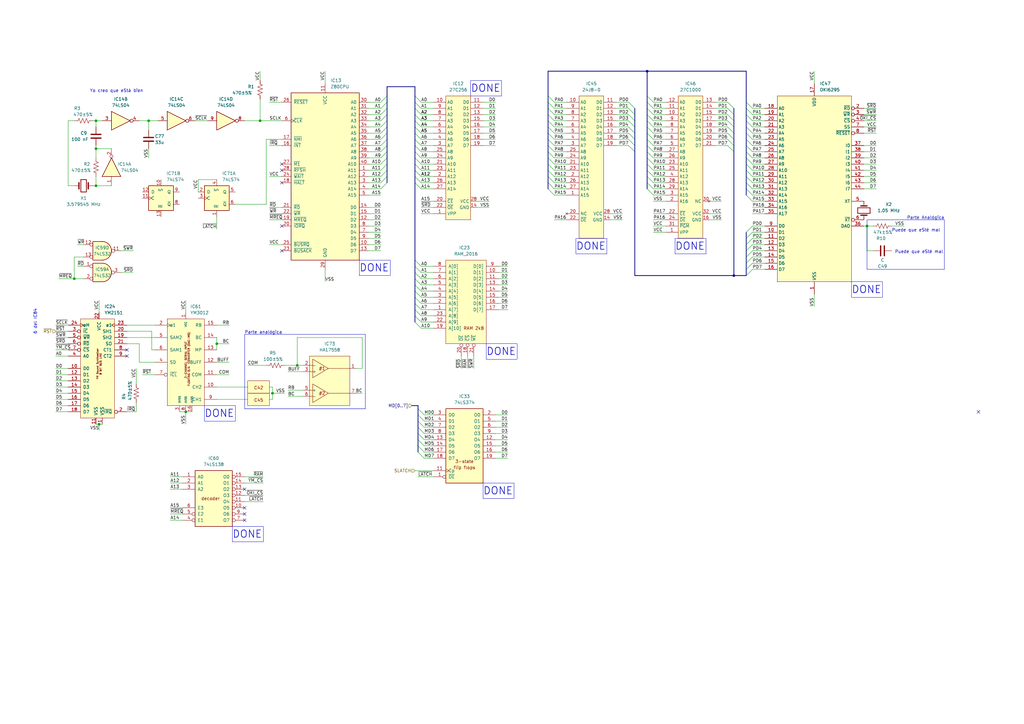
<source format=kicad_sch>
(kicad_sch (version 20231120) (generator "eeschema") (generator_version "8.0")
  (paper "A3")
  (title_block (title "WWF Super Stars") (company "JOTEGO") (comment 1 "Leo Tejada"))
  (junction (at 106.68 49.53))
  (junction (at 111.76 161.29))
  (junction (at 54.61 323.85))
  (junction (at 30.48 114.3))
  (junction (at 45.72 314.96))
  (junction (at 96.52 331.47))
  (junction (at 60.96 49.53))
  (junction (at 96.52 323.85))
  (junction (at 88.9 140.97))
  (junction (at 40.64 173.99))
  (junction (at 355.6 92.71))
  (junction (at 300.99 113.03))
  (junction (at 21.59 314.96))
  (junction (at 39.37 76.2))
  (junction (at 68.58 331.47))
  (junction (at 82.55 323.85))
  (junction (at 39.37 49.53))
  (junction (at 33.02 340.36))
  (junction (at 45.72 340.36))
  (junction (at 121.92 149.86))
  (junction (at 39.37 60.96))
  (junction (at 76.2 168.91))
  (junction (at 68.58 323.85))
  (junction (at 82.55 331.47))
  (junction (at 54.61 331.47))
  (junction (at 33.02 314.96))
  (junction (at 21.59 340.36))
  (junction (at 265.43 29.21))
  (no_connect (at 100.33 213.36))
  (no_connect (at 115.57 102.87))
  (no_connect (at 52.07 143.51))
  (no_connect (at 115.57 92.71))
  (no_connect (at 115.57 74.93))
  (no_connect (at 401.32 168.91))
  (no_connect (at 115.57 69.85))
  (no_connect (at 100.33 200.66))
  (no_connect (at 100.33 210.82))
  (no_connect (at 52.07 146.05))
  (no_connect (at 115.57 67.31))
  (no_connect (at 100.33 208.28))
  (bus_entry (at 306.07 62.23) (size 2.54 2.54))
  (bus_entry (at 265.43 74.93) (size 2.54 2.54))
  (bus_entry (at 298.45 57.15) (size 2.54 2.54))
  (bus_entry (at 170.18 41.91) (size 2.54 2.54))
  (bus_entry (at 306.07 77.47) (size 2.54 2.54))
  (bus_entry (at 170.18 59.69) (size 2.54 2.54))
  (bus_entry (at 156.21 46.99) (size 2.54 -2.54))
  (bus_entry (at 156.21 62.23) (size 2.54 -2.54))
  (bus_entry (at 171.45 180.34) (size 2.54 2.54))
  (bus_entry (at 265.43 62.23) (size 2.54 2.54))
  (bus_entry (at 265.43 39.37) (size 2.54 2.54))
  (bus_entry (at 170.18 106.68) (size 2.54 2.54))
  (bus_entry (at 170.18 124.46) (size 2.54 2.54))
  (bus_entry (at 306.07 110.49) (size 2.54 -2.54))
  (bus_entry (at 156.21 54.61) (size 2.54 -2.54))
  (bus_entry (at 171.45 177.8) (size 2.54 2.54))
  (bus_entry (at 265.43 64.77) (size 2.54 2.54))
  (bus_entry (at 306.07 72.39) (size 2.54 2.54))
  (bus_entry (at 306.07 46.99) (size 2.54 2.54))
  (bus_entry (at 306.07 49.53) (size 2.54 2.54))
  (bus_entry (at 224.79 54.61) (size 2.54 2.54))
  (bus_entry (at 257.81 54.61) (size 2.54 2.54))
  (bus_entry (at 306.07 57.15) (size 2.54 2.54))
  (bus_entry (at 170.18 69.85) (size 2.54 2.54))
  (bus_entry (at 224.79 64.77) (size 2.54 2.54))
  (bus_entry (at 170.18 114.3) (size 2.54 2.54))
  (bus_entry (at 170.18 72.39) (size 2.54 2.54))
  (bus_entry (at 170.18 132.08) (size 2.54 2.54))
  (bus_entry (at 170.18 52.07) (size 2.54 2.54))
  (bus_entry (at 224.79 39.37) (size 2.54 2.54))
  (bus_entry (at 257.81 46.99) (size 2.54 2.54))
  (bus_entry (at 257.81 44.45) (size 2.54 2.54))
  (bus_entry (at 170.18 49.53) (size 2.54 2.54))
  (bus_entry (at 170.18 54.61) (size 2.54 2.54))
  (bus_entry (at 224.79 52.07) (size 2.54 2.54))
  (bus_entry (at 298.45 49.53) (size 2.54 2.54))
  (bus_entry (at 170.18 109.22) (size 2.54 2.54))
  (bus_entry (at 224.79 44.45) (size 2.54 2.54))
  (bus_entry (at 156.21 41.91) (size 2.54 -2.54))
  (bus_entry (at 156.21 49.53) (size 2.54 -2.54))
  (bus_entry (at 306.07 64.77) (size 2.54 2.54))
  (bus_entry (at 306.07 100.33) (size 2.54 -2.54))
  (bus_entry (at 224.79 77.47) (size 2.54 2.54))
  (bus_entry (at 306.07 105.41) (size 2.54 -2.54))
  (bus_entry (at 306.07 107.95) (size 2.54 -2.54))
  (bus_entry (at 170.18 44.45) (size 2.54 2.54))
  (bus_entry (at 224.79 67.31) (size 2.54 2.54))
  (bus_entry (at 224.79 72.39) (size 2.54 2.54))
  (bus_entry (at 298.45 46.99) (size 2.54 2.54))
  (bus_entry (at 265.43 49.53) (size 2.54 2.54))
  (bus_entry (at 306.07 74.93) (size 2.54 2.54))
  (bus_entry (at 306.07 80.01) (size 2.54 2.54))
  (bus_entry (at 265.43 44.45) (size 2.54 2.54))
  (bus_entry (at 156.21 77.47) (size 2.54 -2.54))
  (bus_entry (at 306.07 102.87) (size 2.54 -2.54))
  (bus_entry (at 306.07 52.07) (size 2.54 2.54))
  (bus_entry (at 170.18 116.84) (size 2.54 2.54))
  (bus_entry (at 170.18 64.77) (size 2.54 2.54))
  (bus_entry (at 224.79 74.93) (size 2.54 2.54))
  (bus_entry (at 156.21 69.85) (size 2.54 -2.54))
  (bus_entry (at 265.43 77.47) (size 2.54 2.54))
  (bus_entry (at 306.07 59.69) (size 2.54 2.54))
  (bus_entry (at 298.45 44.45) (size 2.54 2.54))
  (bus_entry (at 257.81 41.91) (size 2.54 2.54))
  (bus_entry (at 265.43 57.15) (size 2.54 2.54))
  (bus_entry (at 298.45 41.91) (size 2.54 2.54))
  (bus_entry (at 306.07 41.91) (size 2.54 2.54))
  (bus_entry (at 265.43 72.39) (size 2.54 2.54))
  (bus_entry (at 156.21 64.77) (size 2.54 -2.54))
  (bus_entry (at 265.43 46.99) (size 2.54 2.54))
  (bus_entry (at 156.21 72.39) (size 2.54 -2.54))
  (bus_entry (at 224.79 41.91) (size 2.54 2.54))
  (bus_entry (at 156.21 59.69) (size 2.54 -2.54))
  (bus_entry (at 298.45 52.07) (size 2.54 2.54))
  (bus_entry (at 170.18 127) (size 2.54 2.54))
  (bus_entry (at 298.45 59.69) (size 2.54 2.54))
  (bus_entry (at 170.18 39.37) (size 2.54 2.54))
  (bus_entry (at 224.79 59.69) (size 2.54 2.54))
  (bus_entry (at 257.81 49.53) (size 2.54 2.54))
  (bus_entry (at 170.18 129.54) (size 2.54 2.54))
  (bus_entry (at 265.43 41.91) (size 2.54 2.54))
  (bus_entry (at 156.21 44.45) (size 2.54 -2.54))
  (bus_entry (at 298.45 54.61) (size 2.54 2.54))
  (bus_entry (at 257.81 52.07) (size 2.54 2.54))
  (bus_entry (at 171.45 172.72) (size 2.54 2.54))
  (bus_entry (at 306.07 97.79) (size 2.54 -2.54))
  (bus_entry (at 156.21 52.07) (size 2.54 -2.54))
  (bus_entry (at 171.45 182.88) (size 2.54 2.54))
  (bus_entry (at 265.43 59.69) (size 2.54 2.54))
  (bus_entry (at 265.43 69.85) (size 2.54 2.54))
  (bus_entry (at 257.81 57.15) (size 2.54 2.54))
  (bus_entry (at 156.21 57.15) (size 2.54 -2.54))
  (bus_entry (at 171.45 170.18) (size 2.54 2.54))
  (bus_entry (at 171.45 185.42) (size 2.54 2.54))
  (bus_entry (at 306.07 95.25) (size 2.54 -2.54))
  (bus_entry (at 170.18 62.23) (size 2.54 2.54))
  (bus_entry (at 224.79 57.15) (size 2.54 2.54))
  (bus_entry (at 265.43 54.61) (size 2.54 2.54))
  (bus_entry (at 265.43 52.07) (size 2.54 2.54))
  (bus_entry (at 265.43 67.31) (size 2.54 2.54))
  (bus_entry (at 306.07 113.03) (size 2.54 -2.54))
  (bus_entry (at 306.07 54.61) (size 2.54 2.54))
  (bus_entry (at 156.21 74.93) (size 2.54 -2.54))
  (bus_entry (at 170.18 57.15) (size 2.54 2.54))
  (bus_entry (at 170.18 119.38) (size 2.54 2.54))
  (bus_entry (at 170.18 121.92) (size 2.54 2.54))
  (bus_entry (at 306.07 69.85) (size 2.54 2.54))
  (bus_entry (at 224.79 49.53) (size 2.54 2.54))
  (bus_entry (at 156.21 67.31) (size 2.54 -2.54))
  (bus_entry (at 170.18 46.99) (size 2.54 2.54))
  (bus_entry (at 257.81 59.69) (size 2.54 2.54))
  (bus_entry (at 170.18 74.93) (size 2.54 2.54))
  (bus_entry (at 171.45 175.26) (size 2.54 2.54))
  (bus_entry (at 224.79 69.85) (size 2.54 2.54))
  (bus_entry (at 224.79 62.23) (size 2.54 2.54))
  (bus_entry (at 306.07 44.45) (size 2.54 2.54))
  (bus_entry (at 171.45 167.64) (size 2.54 2.54))
  (bus_entry (at 170.18 67.31) (size 2.54 2.54))
  (bus_entry (at 170.18 111.76) (size 2.54 2.54))
  (bus_entry (at 224.79 46.99) (size 2.54 2.54))
  (bus_entry (at 306.07 67.31) (size 2.54 2.54))
  (wire (pts (xy 355.6 102.87) (xy 355.6 92.71)))
  (wire (pts (xy 267.97 87.63) (xy 273.05 87.63)))
  (wire (pts (xy 267.97 54.61) (xy 273.05 54.61)))
  (wire (pts (xy 21.59 340.36) (xy 33.02 340.36)))
  (bus (pts (xy 170.18 74.93) (xy 170.18 72.39)))
  (wire (pts (xy 34.29 105.41) (xy 30.48 105.41)))
  (wire (pts (xy 204.47 114.3) (xy 208.28 114.3)))
  (wire (pts (xy 38.1 49.53) (xy 39.37 49.53)))
  (bus (pts (xy 260.35 54.61) (xy 260.35 57.15)))
  (wire (pts (xy 88.9 148.59) (xy 93.98 148.59)))
  (wire (pts (xy 172.72 129.54) (xy 177.8 129.54)))
  (bus (pts (xy 224.79 69.85) (xy 224.79 67.31)))
  (bus (pts (xy 306.07 54.61) (xy 306.07 57.15)))
  (wire (pts (xy 354.33 59.69) (xy 359.41 59.69)))
  (wire (pts (xy 100.33 198.12) (xy 107.95 198.12)))
  (wire (pts (xy 172.72 52.07) (xy 177.8 52.07)))
  (wire (pts (xy 267.97 95.25) (xy 273.05 95.25)))
  (wire (pts (xy 111.76 161.29) (xy 111.76 163.83)))
  (wire (pts (xy 110.49 85.09) (xy 115.57 85.09)))
  (wire (pts (xy 63.5 143.51) (xy 62.23 143.51)))
  (bus (pts (xy 265.43 69.85) (xy 265.43 67.31)))
  (wire (pts (xy 172.72 72.39) (xy 177.8 72.39)))
  (wire (pts (xy 354.33 74.93) (xy 359.41 74.93)))
  (bus (pts (xy 168.91 166.37) (xy 171.45 166.37)))
  (wire (pts (xy 354.33 67.31) (xy 359.41 67.31)))
  (wire (pts (xy 267.97 77.47) (xy 273.05 77.47)))
  (bus (pts (xy 260.35 113.03) (xy 300.99 113.03)))
  (wire (pts (xy 267.97 57.15) (xy 273.05 57.15)))
  (bus (pts (xy 224.79 29.21) (xy 224.79 39.37)))
  (wire (pts (xy 227.33 77.47) (xy 232.41 77.47)))
  (bus (pts (xy 224.79 77.47) (xy 224.79 74.93)))
  (wire (pts (xy 110.49 163.83) (xy 111.76 163.83)))
  (wire (pts (xy 40.64 128.27) (xy 40.64 123.19)))
  (wire (pts (xy 52.07 133.35) (xy 63.5 133.35)))
  (wire (pts (xy 76.2 168.91) (xy 78.74 168.91)))
  (wire (pts (xy 173.99 182.88) (xy 177.8 182.88)))
  (wire (pts (xy 40.64 173.99) (xy 41.91 173.99)))
  (wire (pts (xy 198.12 49.53) (xy 203.2 49.53)))
  (wire (pts (xy 60.96 60.96) (xy 60.96 64.77)))
  (wire (pts (xy 252.73 57.15) (xy 257.81 57.15)))
  (wire (pts (xy 172.72 132.08) (xy 177.8 132.08)))
  (wire (pts (xy 203.2 175.26) (xy 208.28 175.26)))
  (wire (pts (xy 39.37 72.39) (xy 39.37 76.2)))
  (bus (pts (xy 170.18 44.45) (xy 170.18 41.91)))
  (wire (pts (xy 151.13 62.23) (xy 156.21 62.23)))
  (wire (pts (xy 204.47 124.46) (xy 208.28 124.46)))
  (bus (pts (xy 265.43 41.91) (xy 265.43 39.37)))
  (wire (pts (xy 267.97 62.23) (xy 273.05 62.23)))
  (wire (pts (xy 227.33 64.77) (xy 232.41 64.77)))
  (wire (pts (xy 172.72 119.38) (xy 177.8 119.38)))
  (wire (pts (xy 69.85 198.12) (xy 74.93 198.12)))
  (wire (pts (xy 45.72 317.5) (xy 45.72 314.96)))
  (bus (pts (xy 300.99 113.03) (xy 306.07 113.03)))
  (wire (pts (xy 88.9 140.97) (xy 93.98 140.97)))
  (wire (pts (xy 22.86 161.29) (xy 27.94 161.29)))
  (bus (pts (xy 158.75 64.77) (xy 158.75 62.23)))
  (wire (pts (xy 148.59 138.43) (xy 121.92 138.43)))
  (bus (pts (xy 224.79 72.39) (xy 224.79 69.85)))
  (wire (pts (xy 227.33 54.61) (xy 232.41 54.61)))
  (wire (pts (xy 250.19 87.63) (xy 255.27 87.63)))
  (wire (pts (xy 290.83 82.55) (xy 295.91 82.55)))
  (bus (pts (xy 306.07 59.69) (xy 306.07 62.23)))
  (wire (pts (xy 267.97 82.55) (xy 273.05 82.55)))
  (wire (pts (xy 133.35 115.57) (xy 133.35 110.49)))
  (wire (pts (xy 354.33 44.45) (xy 359.41 44.45)))
  (bus (pts (xy 260.35 49.53) (xy 260.35 52.07)))
  (wire (pts (xy 22.86 153.67) (xy 27.94 153.67)))
  (bus (pts (xy 306.07 41.91) (xy 306.07 44.45)))
  (wire (pts (xy 88.9 140.97) (xy 88.9 143.51)))
  (bus (pts (xy 260.35 52.07) (xy 260.35 54.61)))
  (wire (pts (xy 45.72 340.36) (xy 54.61 340.36)))
  (wire (pts (xy 171.45 195.58) (xy 177.8 195.58)))
  (wire (pts (xy 80.01 49.53) (xy 85.09 49.53)))
  (wire (pts (xy 96.52 323.85) (xy 110.49 323.85)))
  (wire (pts (xy 39.37 59.69) (xy 39.37 60.96)))
  (bus (pts (xy 171.45 167.64) (xy 171.45 166.37)))
  (wire (pts (xy 252.73 54.61) (xy 257.81 54.61)))
  (bus (pts (xy 260.35 57.15) (xy 260.35 59.69)))
  (wire (pts (xy 172.72 54.61) (xy 177.8 54.61)))
  (wire (pts (xy 151.13 46.99) (xy 156.21 46.99)))
  (wire (pts (xy 45.72 314.96) (xy 54.61 314.96)))
  (bus (pts (xy 300.99 62.23) (xy 300.99 113.03)))
  (bus (pts (xy 265.43 59.69) (xy 265.43 57.15)))
  (wire (pts (xy 22.86 158.75) (xy 27.94 158.75)))
  (wire (pts (xy 308.61 67.31) (xy 313.69 67.31)))
  (wire (pts (xy 172.72 62.23) (xy 177.8 62.23)))
  (wire (pts (xy 22.86 163.83) (xy 27.94 163.83)))
  (bus (pts (xy 158.75 41.91) (xy 158.75 39.37)))
  (wire (pts (xy 204.47 121.92) (xy 208.28 121.92)))
  (wire (pts (xy 173.99 180.34) (xy 177.8 180.34)))
  (bus (pts (xy 260.35 59.69) (xy 260.35 62.23)))
  (wire (pts (xy 354.33 49.53) (xy 359.41 49.53)))
  (wire (pts (xy 22.86 166.37) (xy 27.94 166.37)))
  (wire (pts (xy 62.23 143.51) (xy 62.23 135.89)))
  (wire (pts (xy 57.15 148.59) (xy 63.5 148.59)))
  (wire (pts (xy 110.49 72.39) (xy 115.57 72.39)))
  (wire (pts (xy 308.61 57.15) (xy 313.69 57.15)))
  (wire (pts (xy 204.47 109.22) (xy 208.28 109.22)))
  (bus (pts (xy 306.07 102.87) (xy 306.07 105.41)))
  (bus (pts (xy 306.07 41.91) (xy 306.07 29.21)))
  (bus (pts (xy 265.43 54.61) (xy 265.43 52.07)))
  (wire (pts (xy 54.61 331.47) (xy 54.61 340.36)))
  (wire (pts (xy 22.86 138.43) (xy 27.94 138.43)))
  (wire (pts (xy 76.2 128.27) (xy 76.2 123.19)))
  (bus (pts (xy 306.07 67.31) (xy 306.07 69.85)))
  (wire (pts (xy 252.73 46.99) (xy 257.81 46.99)))
  (bus (pts (xy 170.18 57.15) (xy 170.18 54.61)))
  (wire (pts (xy 33.02 314.96) (xy 45.72 314.96)))
  (wire (pts (xy 170.18 193.04) (xy 177.8 193.04)))
  (wire (pts (xy 151.13 95.25) (xy 156.21 95.25)))
  (bus (pts (xy 224.79 54.61) (xy 224.79 52.07)))
  (wire (pts (xy 151.13 87.63) (xy 156.21 87.63)))
  (wire (pts (xy 172.72 41.91) (xy 177.8 41.91)))
  (wire (pts (xy 55.88 151.13) (xy 55.88 157.48)))
  (wire (pts (xy 151.13 64.77) (xy 156.21 64.77)))
  (wire (pts (xy 22.86 140.97) (xy 27.94 140.97)))
  (wire (pts (xy 308.61 74.93) (xy 313.69 74.93)))
  (bus (pts (xy 158.75 59.69) (xy 158.75 57.15)))
  (wire (pts (xy 30.48 114.3) (xy 34.29 114.3)))
  (wire (pts (xy 308.61 72.39) (xy 313.69 72.39)))
  (bus (pts (xy 300.99 59.69) (xy 300.99 62.23)))
  (wire (pts (xy 88.9 133.35) (xy 93.98 133.35)))
  (wire (pts (xy 151.13 77.47) (xy 156.21 77.47)))
  (wire (pts (xy 203.2 187.96) (xy 208.28 187.96)))
  (bus (pts (xy 265.43 72.39) (xy 265.43 69.85)))
  (wire (pts (xy 354.33 62.23) (xy 359.33 62.23)))
  (wire (pts (xy 172.72 114.3) (xy 177.8 114.3)))
  (wire (pts (xy 198.12 57.15) (xy 203.2 57.15)))
  (wire (pts (xy 267.97 69.85) (xy 273.05 69.85)))
  (wire (pts (xy 76.2 173.99) (xy 76.2 168.91)))
  (wire (pts (xy 146.05 161.29) (xy 148.59 161.29)))
  (wire (pts (xy 121.92 138.43) (xy 121.92 149.86)))
  (bus (pts (xy 158.75 57.15) (xy 158.75 54.61)))
  (wire (pts (xy 290.83 87.63) (xy 295.91 87.63)))
  (wire (pts (xy 60.96 49.53) (xy 60.96 53.34)))
  (wire (pts (xy 106.68 40.64) (xy 106.68 49.53)))
  (wire (pts (xy 173.99 175.26) (xy 177.8 175.26)))
  (wire (pts (xy 308.61 59.69) (xy 313.69 59.69)))
  (wire (pts (xy 31.75 109.22) (xy 34.29 109.22)))
  (bus (pts (xy 306.07 49.53) (xy 306.07 52.07)))
  (wire (pts (xy 101.6 149.86) (xy 109.22 149.86)))
  (bus (pts (xy 306.07 62.23) (xy 306.07 64.77)))
  (wire (pts (xy 172.72 85.09) (xy 177.8 85.09)))
  (wire (pts (xy 151.13 69.85) (xy 156.21 69.85)))
  (wire (pts (xy 68.58 331.47) (xy 82.55 331.47)))
  (wire (pts (xy 45.72 337.82) (xy 45.72 340.36)))
  (wire (pts (xy 151.13 100.33) (xy 156.21 100.33)))
  (wire (pts (xy 69.85 210.82) (xy 74.93 210.82)))
  (wire (pts (xy 39.37 49.53) (xy 39.37 52.07)))
  (wire (pts (xy 313.69 105.41) (xy 308.61 105.41)))
  (wire (pts (xy 204.47 127) (xy 208.28 127)))
  (wire (pts (xy 298.45 44.45) (xy 293.37 44.45)))
  (wire (pts (xy 151.13 92.71) (xy 156.21 92.71)))
  (bus (pts (xy 171.45 170.18) (xy 171.45 167.64)))
  (wire (pts (xy 173.99 187.96) (xy 177.8 187.96)))
  (wire (pts (xy 110.49 158.75) (xy 111.76 158.75)))
  (wire (pts (xy 172.72 44.45) (xy 177.8 44.45)))
  (wire (pts (xy 204.47 116.84) (xy 208.28 116.84)))
  (wire (pts (xy 313.69 100.33) (xy 308.61 100.33)))
  (wire (pts (xy 313.69 97.79) (xy 308.61 97.79)))
  (wire (pts (xy 88.9 140.97) (xy 88.9 138.43)))
  (wire (pts (xy 110.49 100.33) (xy 115.57 100.33)))
  (wire (pts (xy 118.11 160.02) (xy 124.46 160.02)))
  (wire (pts (xy 203.2 177.8) (xy 208.28 177.8)))
  (wire (pts (xy 308.61 49.53) (xy 313.69 49.53)))
  (bus (pts (xy 300.99 52.07) (xy 300.99 54.61)))
  (bus (pts (xy 224.79 74.93) (xy 224.79 72.39)))
  (wire (pts (xy 172.72 57.15) (xy 177.8 57.15)))
  (wire (pts (xy 52.07 140.97) (xy 57.15 140.97)))
  (bus (pts (xy 260.35 62.23) (xy 260.35 113.03)))
  (wire (pts (xy 55.88 165.1) (xy 55.88 168.91)))
  (bus (pts (xy 170.18 114.3) (xy 170.18 111.76)))
  (bus (pts (xy 265.43 52.07) (xy 265.43 49.53)))
  (bus (pts (xy 158.75 44.45) (xy 158.75 41.91)))
  (wire (pts (xy 313.69 95.25) (xy 308.61 95.25)))
  (wire (pts (xy 252.73 44.45) (xy 257.81 44.45)))
  (wire (pts (xy 334.01 29.21) (xy 334.01 34.29)))
  (wire (pts (xy 15.24 340.36) (xy 21.59 340.36)))
  (bus (pts (xy 265.43 77.47) (xy 265.43 74.93)))
  (wire (pts (xy 73.66 168.91) (xy 76.2 168.91)))
  (wire (pts (xy 109.22 83.82) (xy 96.52 83.82)))
  (wire (pts (xy 52.07 138.43) (xy 63.5 138.43)))
  (wire (pts (xy 68.58 323.85) (xy 82.55 323.85)))
  (wire (pts (xy 27.94 49.53) (xy 30.48 49.53)))
  (wire (pts (xy 57.15 140.97) (xy 57.15 148.59)))
  (wire (pts (xy 355.6 92.71) (xy 358.14 92.71)))
  (bus (pts (xy 265.43 57.15) (xy 265.43 54.61)))
  (wire (pts (xy 189.23 151.13) (xy 189.23 146.05)))
  (wire (pts (xy 69.85 200.66) (xy 74.93 200.66)))
  (wire (pts (xy 151.13 59.69) (xy 156.21 59.69)))
  (bus (pts (xy 170.18 59.69) (xy 170.18 57.15)))
  (bus (pts (xy 170.18 132.08) (xy 170.18 129.54)))
  (wire (pts (xy 173.99 177.8) (xy 177.8 177.8)))
  (wire (pts (xy 308.61 62.23) (xy 313.69 62.23)))
  (wire (pts (xy 172.72 69.85) (xy 177.8 69.85)))
  (bus (pts (xy 265.43 29.21) (xy 224.79 29.21)))
  (wire (pts (xy 27.94 49.53) (xy 27.94 76.2)))
  (wire (pts (xy 115.57 57.15) (xy 109.22 57.15)))
  (wire (pts (xy 308.61 52.07) (xy 313.69 52.07)))
  (wire (pts (xy 100.33 203.2) (xy 107.95 203.2)))
  (wire (pts (xy 133.35 34.29) (xy 133.35 29.21)))
  (bus (pts (xy 224.79 52.07) (xy 224.79 49.53)))
  (bus (pts (xy 265.43 49.53) (xy 265.43 46.99)))
  (bus (pts (xy 306.07 29.21) (xy 265.43 29.21)))
  (bus (pts (xy 171.45 177.8) (xy 171.45 175.26)))
  (wire (pts (xy 313.69 102.87) (xy 308.61 102.87)))
  (bus (pts (xy 265.43 29.21) (xy 265.43 39.37)))
  (bus (pts (xy 300.99 46.99) (xy 300.99 49.53)))
  (wire (pts (xy 27.94 76.2) (xy 30.48 76.2)))
  (bus (pts (xy 224.79 59.69) (xy 224.79 57.15)))
  (wire (pts (xy 57.15 49.53) (xy 60.96 49.53)))
  (wire (pts (xy 227.33 57.15) (xy 232.41 57.15)))
  (wire (pts (xy 38.1 76.2) (xy 39.37 76.2)))
  (bus (pts (xy 265.43 64.77) (xy 265.43 62.23)))
  (bus (pts (xy 170.18 121.92) (xy 170.18 119.38)))
  (wire (pts (xy 81.28 73.66) (xy 88.9 73.66)))
  (bus (pts (xy 158.75 49.53) (xy 158.75 46.99)))
  (wire (pts (xy 195.58 82.55) (xy 200.66 82.55)))
  (bus (pts (xy 306.07 77.47) (xy 306.07 80.01)))
  (wire (pts (xy 298.45 52.07) (xy 293.37 52.07)))
  (bus (pts (xy 306.07 110.49) (xy 306.07 113.03)))
  (wire (pts (xy 172.72 116.84) (xy 177.8 116.84)))
  (bus (pts (xy 170.18 119.38) (xy 170.18 116.84)))
  (bus (pts (xy 170.18 62.23) (xy 170.18 59.69)))
  (wire (pts (xy 308.61 77.47) (xy 313.69 77.47)))
  (wire (pts (xy 100.33 49.53) (xy 106.68 49.53)))
  (bus (pts (xy 306.07 44.45) (xy 306.07 46.99)))
  (bus (pts (xy 265.43 46.99) (xy 265.43 44.45)))
  (wire (pts (xy 267.97 52.07) (xy 273.05 52.07)))
  (wire (pts (xy 298.45 49.53) (xy 293.37 49.53)))
  (bus (pts (xy 158.75 69.85) (xy 158.75 67.31)))
  (bus (pts (xy 170.18 111.76) (xy 170.18 109.22)))
  (wire (pts (xy 204.47 111.76) (xy 208.28 111.76)))
  (bus (pts (xy 170.18 49.53) (xy 170.18 46.99)))
  (wire (pts (xy 49.53 111.76) (xy 54.61 111.76)))
  (wire (pts (xy 365.76 92.71) (xy 370.84 92.71)))
  (wire (pts (xy 21.59 314.96) (xy 15.24 314.96)))
  (wire (pts (xy 62.23 135.89) (xy 52.07 135.89)))
  (wire (pts (xy 204.47 119.38) (xy 208.28 119.38)))
  (wire (pts (xy 354.33 77.47) (xy 359.41 77.47)))
  (wire (pts (xy 22.86 143.51) (xy 27.94 143.51)))
  (bus (pts (xy 170.18 46.99) (xy 170.18 44.45)))
  (bus (pts (xy 170.18 52.07) (xy 170.18 49.53)))
  (wire (pts (xy 118.11 152.4) (xy 124.46 152.4)))
  (wire (pts (xy 172.72 109.22) (xy 177.8 109.22)))
  (wire (pts (xy 151.13 90.17) (xy 156.21 90.17)))
  (wire (pts (xy 267.97 74.93) (xy 273.05 74.93)))
  (wire (pts (xy 358.14 102.87) (xy 355.6 102.87)))
  (wire (pts (xy 172.72 127) (xy 177.8 127)))
  (wire (pts (xy 110.49 41.91) (xy 115.57 41.91)))
  (wire (pts (xy 198.12 59.69) (xy 203.2 59.69)))
  (wire (pts (xy 172.72 77.47) (xy 177.8 77.47)))
  (wire (pts (xy 58.42 153.67) (xy 63.5 153.67)))
  (bus (pts (xy 170.18 41.91) (xy 170.18 39.37)))
  (wire (pts (xy 298.45 57.15) (xy 293.37 57.15)))
  (bus (pts (xy 171.45 180.34) (xy 171.45 177.8)))
  (wire (pts (xy 151.13 67.31) (xy 156.21 67.31)))
  (wire (pts (xy 110.49 59.69) (xy 115.57 59.69)))
  (wire (pts (xy 69.85 195.58) (xy 74.93 195.58)))
  (bus (pts (xy 260.35 46.99) (xy 260.35 49.53)))
  (bus (pts (xy 300.99 44.45) (xy 300.99 46.99)))
  (wire (pts (xy 290.83 90.17) (xy 295.91 90.17)))
  (wire (pts (xy 81.28 78.74) (xy 81.28 73.66)))
  (bus (pts (xy 224.79 49.53) (xy 224.79 46.99)))
  (bus (pts (xy 306.07 72.39) (xy 306.07 74.93)))
  (bus (pts (xy 170.18 72.39) (xy 170.18 69.85)))
  (wire (pts (xy 203.2 172.72) (xy 208.28 172.72)))
  (wire (pts (xy 308.61 85.09) (xy 313.69 85.09)))
  (bus (pts (xy 306.07 97.79) (xy 306.07 100.33)))
  (wire (pts (xy 252.73 41.91) (xy 257.81 41.91)))
  (wire (pts (xy 172.72 134.62) (xy 177.8 134.62)))
  (wire (pts (xy 110.49 90.17) (xy 115.57 90.17)))
  (bus (pts (xy 224.79 44.45) (xy 224.79 41.91)))
  (wire (pts (xy 151.13 57.15) (xy 156.21 57.15)))
  (wire (pts (xy 54.61 331.47) (xy 68.58 331.47)))
  (wire (pts (xy 203.2 182.88) (xy 208.28 182.88)))
  (bus (pts (xy 306.07 46.99) (xy 306.07 49.53)))
  (bus (pts (xy 158.75 46.99) (xy 158.75 44.45)))
  (bus (pts (xy 158.75 52.07) (xy 158.75 49.53)))
  (wire (pts (xy 106.68 29.21) (xy 106.68 33.02)))
  (wire (pts (xy 39.37 76.2) (xy 45.72 76.2)))
  (bus (pts (xy 300.99 57.15) (xy 300.99 59.69)))
  (bus (pts (xy 265.43 74.93) (xy 265.43 72.39)))
  (wire (pts (xy 227.33 74.93) (xy 232.41 74.93)))
  (wire (pts (xy 82.55 331.47) (xy 96.52 331.47)))
  (bus (pts (xy 171.45 182.88) (xy 171.45 180.34)))
  (wire (pts (xy 173.99 185.42) (xy 177.8 185.42)))
  (wire (pts (xy 313.69 92.71) (xy 308.61 92.71)))
  (wire (pts (xy 359.41 46.99) (xy 354.33 46.99)))
  (wire (pts (xy 267.97 92.71) (xy 273.05 92.71)))
  (wire (pts (xy 173.99 170.18) (xy 177.8 170.18)))
  (bus (pts (xy 224.79 46.99) (xy 224.79 44.45)))
  (bus (pts (xy 300.99 54.61) (xy 300.99 57.15)))
  (wire (pts (xy 22.86 146.05) (xy 27.94 146.05)))
  (wire (pts (xy 69.85 213.36) (xy 74.93 213.36)))
  (wire (pts (xy 194.31 151.13) (xy 194.31 146.05)))
  (wire (pts (xy 151.13 85.09) (xy 156.21 85.09)))
  (wire (pts (xy 267.97 41.91) (xy 273.05 41.91)))
  (wire (pts (xy 151.13 44.45) (xy 156.21 44.45)))
  (wire (pts (xy 172.72 59.69) (xy 177.8 59.69)))
  (wire (pts (xy 198.12 54.61) (xy 203.2 54.61)))
  (wire (pts (xy 45.72 60.96) (xy 39.37 60.96)))
  (wire (pts (xy 116.84 149.86) (xy 121.92 149.86)))
  (wire (pts (xy 146.05 151.13) (xy 148.59 151.13)))
  (bus (pts (xy 306.07 107.95) (xy 306.07 110.49)))
  (wire (pts (xy 41.91 49.53) (xy 39.37 49.53)))
  (wire (pts (xy 21.59 314.96) (xy 33.02 314.96)))
  (bus (pts (xy 170.18 116.84) (xy 170.18 114.3)))
  (bus (pts (xy 306.07 52.07) (xy 306.07 54.61)))
  (bus (pts (xy 158.75 62.23) (xy 158.75 59.69)))
  (wire (pts (xy 172.72 74.93) (xy 177.8 74.93)))
  (wire (pts (xy 22.86 151.13) (xy 27.94 151.13)))
  (bus (pts (xy 265.43 67.31) (xy 265.43 64.77)))
  (wire (pts (xy 250.19 90.17) (xy 255.27 90.17)))
  (wire (pts (xy 298.45 54.61) (xy 293.37 54.61)))
  (bus (pts (xy 170.18 127) (xy 170.18 124.46)))
  (wire (pts (xy 60.96 49.53) (xy 64.77 49.53)))
  (wire (pts (xy 173.99 172.72) (xy 177.8 172.72)))
  (wire (pts (xy 96.52 331.47) (xy 110.49 331.47)))
  (wire (pts (xy 148.59 151.13) (xy 148.59 138.43)))
  (wire (pts (xy 88.9 158.75) (xy 101.6 158.75)))
  (wire (pts (xy 172.72 46.99) (xy 177.8 46.99)))
  (wire (pts (xy 54.61 323.85) (xy 68.58 323.85)))
  (wire (pts (xy 121.92 149.86) (xy 124.46 149.86)))
  (wire (pts (xy 227.33 67.31) (xy 232.41 67.31)))
  (bus (pts (xy 171.45 172.72) (xy 171.45 170.18)))
  (bus (pts (xy 306.07 105.41) (xy 306.07 107.95)))
  (wire (pts (xy 172.72 124.46) (xy 177.8 124.46)))
  (wire (pts (xy 55.88 168.91) (xy 52.07 168.91)))
  (wire (pts (xy 82.55 323.85) (xy 96.52 323.85)))
  (wire (pts (xy 151.13 80.01) (xy 156.21 80.01)))
  (wire (pts (xy 172.72 64.77) (xy 177.8 64.77)))
  (wire (pts (xy 308.61 54.61) (xy 313.69 54.61)))
  (wire (pts (xy 100.33 205.74) (xy 107.95 205.74)))
  (bus (pts (xy 170.18 129.54) (xy 170.18 127)))
  (wire (pts (xy 151.13 41.91) (xy 156.21 41.91)))
  (wire (pts (xy 227.33 41.91) (xy 232.41 41.91)))
  (wire (pts (xy 172.72 67.31) (xy 177.8 67.31)))
  (wire (pts (xy 227.33 69.85) (xy 232.41 69.85)))
  (wire (pts (xy 308.61 64.77) (xy 313.69 64.77)))
  (wire (pts (xy 308.61 44.45) (xy 313.69 44.45)))
  (wire (pts (xy 267.97 44.45) (xy 273.05 44.45)))
  (bus (pts (xy 171.45 185.42) (xy 171.45 182.88)))
  (wire (pts (xy 227.33 59.69) (xy 232.41 59.69)))
  (wire (pts (xy 354.33 64.77) (xy 359.41 64.77)))
  (wire (pts (xy 39.37 173.99) (xy 40.64 173.99)))
  (wire (pts (xy 22.86 156.21) (xy 27.94 156.21)))
  (bus (pts (xy 170.18 64.77) (xy 170.18 62.23)))
  (wire (pts (xy 354.33 52.07) (xy 359.41 52.07)))
  (bus (pts (xy 158.75 74.93) (xy 158.75 72.39)))
  (wire (pts (xy 151.13 102.87) (xy 156.21 102.87)))
  (bus (pts (xy 170.18 67.31) (xy 170.18 64.77)))
  (wire (pts (xy 252.73 52.07) (xy 257.81 52.07)))
  (wire (pts (xy 106.68 49.53) (xy 115.57 49.53)))
  (wire (pts (xy 267.97 59.69) (xy 273.05 59.69)))
  (wire (pts (xy 298.45 41.91) (xy 293.37 41.91)))
  (bus (pts (xy 306.07 69.85) (xy 306.07 72.39)))
  (wire (pts (xy 203.2 180.34) (xy 208.28 180.34)))
  (wire (pts (xy 151.13 49.53) (xy 156.21 49.53)))
  (wire (pts (xy 298.45 59.69) (xy 293.37 59.69)))
  (wire (pts (xy 267.97 64.77) (xy 273.05 64.77)))
  (bus (pts (xy 170.18 69.85) (xy 170.18 67.31)))
  (wire (pts (xy 39.37 60.96) (xy 39.37 64.77)))
  (wire (pts (xy 195.58 85.09) (xy 200.66 85.09)))
  (wire (pts (xy 100.33 195.58) (xy 107.95 195.58)))
  (bus (pts (xy 265.43 62.23) (xy 265.43 59.69)))
  (wire (pts (xy 172.72 82.55) (xy 177.8 82.55)))
  (wire (pts (xy 172.72 87.63) (xy 177.8 87.63)))
  (wire (pts (xy 203.2 170.18) (xy 208.28 170.18)))
  (wire (pts (xy 308.61 80.01) (xy 313.69 80.01)))
  (wire (pts (xy 88.9 163.83) (xy 101.6 163.83)))
  (wire (pts (xy 227.33 90.17) (xy 232.41 90.17)))
  (wire (pts (xy 69.85 208.28) (xy 74.93 208.28)))
  (bus (pts (xy 158.75 35.56) (xy 170.18 35.56)))
  (bus (pts (xy 306.07 74.93) (xy 306.07 77.47)))
  (wire (pts (xy 354.33 54.61) (xy 359.41 54.61)))
  (wire (pts (xy 308.61 46.99) (xy 313.69 46.99)))
  (wire (pts (xy 151.13 74.93) (xy 156.21 74.93)))
  (wire (pts (xy 227.33 44.45) (xy 232.41 44.45)))
  (bus (pts (xy 170.18 74.93) (xy 170.18 106.68)))
  (wire (pts (xy 151.13 97.79) (xy 156.21 97.79)))
  (wire (pts (xy 227.33 46.99) (xy 232.41 46.99)))
  (bus (pts (xy 224.79 62.23) (xy 224.79 59.69)))
  (wire (pts (xy 198.12 46.99) (xy 203.2 46.99)))
  (bus (pts (xy 265.43 44.45) (xy 265.43 41.91)))
  (wire (pts (xy 172.72 49.53) (xy 177.8 49.53)))
  (bus (pts (xy 306.07 64.77) (xy 306.07 67.31)))
  (wire (pts (xy 252.73 59.69) (xy 257.81 59.69)))
  (bus (pts (xy 158.75 67.31) (xy 158.75 64.77)))
  (wire (pts (xy 198.12 52.07) (xy 203.2 52.07)))
  (wire (pts (xy 111.76 161.29) (xy 116.84 161.29)))
  (wire (pts (xy 308.61 87.63) (xy 313.69 87.63)))
  (wire (pts (xy 267.97 67.31) (xy 273.05 67.31)))
  (wire (pts (xy 54.61 323.85) (xy 54.61 314.96)))
  (wire (pts (xy 227.33 62.23) (xy 232.41 62.23)))
  (wire (pts (xy 54.61 102.87) (xy 49.53 102.87)))
  (bus (pts (xy 224.79 57.15) (xy 224.79 54.61)))
  (bus (pts (xy 306.07 95.25) (xy 306.07 97.79)))
  (wire (pts (xy 334.01 120.65) (xy 334.01 125.73)))
  (bus (pts (xy 158.75 54.61) (xy 158.75 52.07)))
  (wire (pts (xy 198.12 41.91) (xy 203.2 41.91)))
  (wire (pts (xy 267.97 72.39) (xy 273.05 72.39)))
  (wire (pts (xy 22.86 133.35) (xy 27.94 133.35)))
  (wire (pts (xy 313.69 110.49) (xy 308.61 110.49)))
  (wire (pts (xy 40.64 173.99) (xy 40.64 176.53)))
  (bus (pts (xy 224.79 41.91) (xy 224.79 39.37)))
  (wire (pts (xy 267.97 46.99) (xy 273.05 46.99)))
  (wire (pts (xy 252.73 49.53) (xy 257.81 49.53)))
  (wire (pts (xy 88.9 153.67) (xy 93.98 153.67)))
  (bus (pts (xy 170.18 109.22) (xy 170.18 106.68)))
  (wire (pts (xy 227.33 52.07) (xy 232.41 52.07)))
  (bus (pts (xy 158.75 72.39) (xy 158.75 69.85)))
  (wire (pts (xy 308.61 69.85) (xy 313.69 69.85)))
  (wire (pts (xy 109.22 57.15) (xy 109.22 83.82)))
  (wire (pts (xy 203.2 185.42) (xy 208.28 185.42)))
  (wire (pts (xy 88.9 93.98) (xy 88.9 88.9)))
  (wire (pts (xy 227.33 72.39) (xy 232.41 72.39)))
  (wire (pts (xy 111.76 158.75) (xy 111.76 161.29)))
  (wire (pts (xy 227.33 80.01) (xy 232.41 80.01)))
  (wire (pts (xy 110.49 87.63) (xy 115.57 87.63)))
  (wire (pts (xy 267.97 90.17) (xy 273.05 90.17)))
  (wire (pts (xy 267.97 49.53) (xy 273.05 49.53)))
  (bus (pts (xy 306.07 100.33) (xy 306.07 102.87)))
  (wire (pts (xy 354.33 69.85) (xy 359.41 69.85)))
  (wire (pts (xy 22.86 135.89) (xy 27.94 135.89)))
  (wire (pts (xy 151.13 52.07) (xy 156.21 52.07)))
  (wire (pts (xy 22.86 168.91) (xy 27.94 168.91)))
  (wire (pts (xy 172.72 111.76) (xy 177.8 111.76)))
  (bus (pts (xy 170.18 54.61) (xy 170.18 52.07)))
  (wire (pts (xy 118.11 162.56) (xy 124.46 162.56)))
  (bus (pts (xy 300.99 49.53) (xy 300.99 52.07)))
  (wire (pts (xy 267.97 80.01) (xy 273.05 80.01)))
  (bus (pts (xy 306.07 57.15) (xy 306.07 59.69)))
  (wire (pts (xy 24.13 114.3) (xy 30.48 114.3)))
  (wire (pts (xy 172.72 121.92) (xy 177.8 121.92)))
  (bus (pts (xy 260.35 44.45) (xy 260.35 46.99)))
  (bus (pts (xy 171.45 175.26) (xy 171.45 172.72)))
  (wire (pts (xy 151.13 72.39) (xy 156.21 72.39)))
  (wire (pts (xy 198.12 44.45) (xy 203.2 44.45)))
  (wire (pts (xy 354.33 92.71) (xy 355.6 92.71)))
  (wire (pts (xy 354.33 72.39) (xy 359.41 72.39)))
  (wire (pts (xy 33.02 340.36) (xy 45.72 340.36)))
  (bus (pts (xy 224.79 67.31) (xy 224.79 64.77)))
  (bus (pts (xy 158.75 39.37) (xy 158.75 35.56)))
  (bus (pts (xy 224.79 64.77) (xy 224.79 62.23)))
  (wire (pts (xy 227.33 49.53) (xy 232.41 49.53)))
  (bus (pts (xy 170.18 39.37) (xy 170.18 35.56)))
  (wire (pts (xy 191.77 151.13) (xy 191.77 146.05)))
  (wire (pts (xy 151.13 54.61) (xy 156.21 54.61)))
  (wire (pts (xy 313.69 107.95) (xy 308.61 107.95)))
  (wire (pts (xy 30.48 105.41) (xy 30.48 114.3)))
  (wire (pts (xy 31.75 100.33) (xy 34.29 100.33)))
  (wire (pts (xy 308.61 82.55) (xy 313.69 82.55)))
  (wire (pts (xy 298.45 46.99) (xy 293.37 46.99)))
  (bus (pts (xy 170.18 124.46) (xy 170.18 121.92)))
  (rectangle (start 236.22 97.79) (end 248.92 104.14) (fill (type color) (color 255 255 255 1)))
  (rectangle (start 349.25 115.57) (end 361.95 121.92) (fill (type color) (color 255 255 255 1)))
  (rectangle (start 95.25 215.9) (end 107.95 222.25) (fill (type color) (color 255 255 255 1)))
  (rectangle (start 199.39 140.97) (end 212.09 147.32) (fill (type color) (color 255 255 255 1)))
  (rectangle (start 355.6 90.17) (end 387.35 110.49))
  (rectangle (start 100.33 137.16) (end 149.86 167.64))
  (rectangle (start 147.32 106.68) (end 160.02 113.03) (fill (type color) (color 255 255 255 1)))
  (rectangle (start 101.6 156.21) (end 110.49 161.29) (stroke (width 0) (color 132 0 0 1)) (fill (type color) (color 255 255 194 1)))
  (rectangle (start 101.6 161.29) (end 110.49 166.37) (stroke (width 0) (color 132 0 0 1)) (fill (type color) (color 255 255 194 1)))
  (rectangle (start 198.12 198.12) (end 210.82 204.47) (fill (type color) (color 255 255 255 1)))
  (rectangle (start 193.04 33.02) (end 205.74 39.37) (fill (type color) (color 255 255 255 1)))
  (rectangle (start 83.82 166.37) (end 96.52 172.72) (fill (type color) (color 255 255 255 1)))
  (rectangle (start 276.86 97.79) (end 289.56 104.14) (fill (type color) (color 255 255 255 1)))
  (text "C45" (at 104.14 165.1 0) (effects (font (size 1.27 1.27)) (justify left bottom)))
  (text "DONE" (at 349.25 120.65 0) (effects (font (size 3 3) (thickness 0.254) (bold yes)) (justify left bottom)))
  (text "DONE" (at 193.04 38.1 0) (effects (font (size 3 3) (thickness 0.254) (bold yes)) (justify left bottom)))
  (text "Puede que eSté mal" (at 367.03 104.14 0) (effects (font (size 1.27 1.27)) (justify left bottom)))
  (text "DONE" (at 199.39 146.05 0) (effects (font (size 3 3) (thickness 0.254) (bold yes)) (justify left bottom)))
  (text "Puede que eSté mal" (at 365.76 95.25 0) (effects (font (size 1.27 1.27)) (justify left bottom)))
  (text "Parte Analógica" (at 387.35 90.17 0) (effects (font (size 1.27 1.27)) (justify right bottom)))
  (text "DONE" (at 83.82 171.45 0) (effects (font (size 3 3) (thickness 0.254) (bold yes)) (justify left bottom)))
  (text "C42" (at 104.14 160.02 0) (effects (font (size 1.27 1.27)) (justify left bottom)))
  (text "6 del IC84" (at 15.24 137.16 90) (effects (font (size 1.27 1.27)) (justify left bottom)))
  (text "DONE" (at 236.22 102.87 0) (effects (font (size 3 3) (thickness 0.254) (bold yes)) (justify left bottom)))
  (text "Yo creo que eStá bien" (at 36.83 38.1 0) (effects (font (size 1.27 1.27)) (justify left bottom)))
  (text "DONE" (at 147.32 111.76 0) (effects (font (size 3 3) (thickness 0.254) (bold yes)) (justify left bottom)))
  (text "DONE" (at 198.12 203.2 0) (effects (font (size 3 3) (thickness 0.254) (bold yes)) (justify left bottom)))
  (text "DONE" (at 276.86 102.87 0) (effects (font (size 3 3) (thickness 0.254) (bold yes)) (justify left bottom)))
  (text "Parte analógica" (at 100.33 137.16 0) (effects (font (size 1.27 1.27)) (justify left bottom)))
  (text "DONE" (at 95.25 220.98 0) (effects (font (size 3 3) (thickness 0.254) (bold yes)) (justify left bottom)))
  (label "VSS" (at 200.66 85.09 180))
  (label "PA4" (at 267.97 52.07 0))
  (label "PD6" (at 257.81 57.15 180))
  (label "A14" (at 156.21 77.47 180))
  (label "PA6" (at 267.97 57.15 0))
  (label "D5" (at 22.86 163.83 0))
  (label "VSS" (at 15.24 340.36 0))
  (label "PA16" (at 308.61 85.09 0))
  (label "A13" (at 156.21 74.93 180))
  (label "D4" (at 22.86 161.29 0))
  (label "PA0" (at 308.61 44.45 0))
  (label "PA16" (at 227.33 90.17 0))
  (label "D7" (at 156.21 102.87 180))
  (label "VCC" (at 295.91 87.63 180))
  (label "~{RAM}" (at 191.77 151.13 90))
  (label "PA14" (at 227.33 77.47 0))
  (label "PA4" (at 308.61 54.61 0))
  (label "MD5" (at 173.99 182.88 0))
  (label "VCC" (at 267.97 92.71 0))
  (label "~{WR}" (at 110.49 87.63 0))
  (label "PA0" (at 227.33 41.91 0))
  (label "D7" (at 22.86 168.91 0))
  (label "D4" (at 208.28 119.38 180))
  (label "COM" (at 93.98 153.67 180))
  (label "D7" (at 208.28 127 180))
  (label "D3" (at 22.86 158.75 0))
  (label "PA15" (at 308.61 82.55 0))
  (label "PA12" (at 227.33 72.39 0))
  (label "PA8" (at 227.33 62.23 0))
  (label "~{SWR}" (at 22.86 138.43 0))
  (label "A5" (at 156.21 54.61 180))
  (label "PD3" (at 308.61 100.33 0))
  (label "PA8" (at 267.97 62.23 0))
  (label "D4" (at 359.41 69.85 180))
  (label "D6" (at 359.41 74.93 180))
  (label "~{SRD}" (at 359.41 44.45 180))
  (label "PA5" (at 227.33 54.61 0))
  (label "PD3" (at 257.81 49.53 180))
  (label "PA13" (at 227.33 74.93 0))
  (label "D7" (at 359.41 77.47 180))
  (label "A9" (at 172.72 64.77 0))
  (label "~{SCLK}" (at 80.01 49.53 0))
  (label "D1" (at 203.2 44.45 180))
  (label "VCC" (at 133.35 29.21 270))
  (label "PA10" (at 308.61 69.85 0))
  (label "VCC" (at 295.91 82.55 180))
  (label "A3" (at 172.72 49.53 0))
  (label "VCC" (at 106.68 29.21 270))
  (label "COM" (at 101.6 149.86 0))
  (label "~{SWR}" (at 194.31 151.13 90))
  (label "D1" (at 208.28 172.72 180))
  (label "BUFF" (at 93.98 148.59 180))
  (label "PA9" (at 267.97 64.77 0))
  (label "A3" (at 172.72 49.53 0))
  (label "A2" (at 172.72 114.3 0))
  (label "~{YM_CS}" (at 107.95 198.12 180))
  (label "D6" (at 156.21 100.33 180))
  (label "D2" (at 208.28 114.3 180))
  (label "PA9" (at 227.33 64.77 0))
  (label "~{OKI_CS}" (at 107.95 203.2 180))
  (label "VCC" (at 110.49 72.39 0))
  (label "VCC" (at 267.97 95.25 0))
  (label "A2" (at 156.21 46.99 180))
  (label "VSS" (at 295.91 90.17 180))
  (label "PD4" (at 298.45 52.07 180))
  (label "A8" (at 172.72 62.23 0))
  (label "PD7" (at 257.81 59.69 180))
  (label "PA14" (at 308.61 80.01 0))
  (label "A11" (at 172.72 69.85 0))
  (label "A3" (at 156.21 49.53 180))
  (label "A11" (at 69.85 195.58 0))
  (label "PA7" (at 267.97 59.69 0))
  (label "PA2" (at 227.33 46.99 0))
  (label "A13" (at 172.72 74.93 0))
  (label "PA15" (at 267.97 80.01 0))
  (label "D1" (at 359.33 62.23 180))
  (label "PD7" (at 298.45 59.69 180))
  (label "D2" (at 156.21 90.17 180))
  (label "D6" (at 208.28 124.46 180))
  (label "D5" (at 156.21 97.79 180))
  (label "A5" (at 172.72 121.92 0))
  (label "PA2" (at 308.61 49.53 0))
  (label "PD6" (at 298.45 57.15 180))
  (label "~{SRD}" (at 22.86 140.97 0))
  (label "PA6" (at 308.61 59.69 0))
  (label "A2" (at 172.72 46.99 0))
  (label "D5" (at 208.28 121.92 180))
  (label "~{WR}" (at 31.75 100.33 0))
  (label "PA1" (at 267.97 44.45 0))
  (label "D4" (at 203.2 52.07 180))
  (label "VSS" (at 40.64 176.53 180))
  (label "PA6" (at 227.33 57.15 0))
  (label "A1" (at 172.72 111.76 0))
  (label "VCC" (at 110.49 100.33 0))
  (label "VCC" (at 172.72 87.63 0))
  (label "PA17" (at 308.61 87.63 0))
  (label "A6" (at 156.21 57.15 180))
  (label "D4" (at 208.28 180.34 180))
  (label "PD0" (at 308.61 92.71 0))
  (label "VCC" (at 76.2 123.19 270))
  (label "PA1" (at 308.61 46.99 0))
  (label "PA10" (at 267.97 67.31 0))
  (label "PA1" (at 227.33 44.45 0))
  (label "PD3" (at 298.45 49.53 180))
  (label "A9" (at 156.21 64.77 180))
  (label "A5" (at 172.72 54.61 0))
  (label "~{MREQ}" (at 110.49 90.17 0))
  (label "RB" (at 93.98 133.35 180))
  (label "BC" (at 93.98 140.97 180))
  (label "MD1" (at 173.99 172.72 0))
  (label "PA11" (at 227.33 69.85 0))
  (label "A11" (at 156.21 69.85 180))
  (label "D0" (at 22.86 151.13 0))
  (label "D1" (at 156.21 87.63 180))
  (label "MD7" (at 173.99 187.96 0))
  (label "A7" (at 156.21 59.69 180))
  (label "BC" (at 118.11 162.56 0))
  (label "VCC" (at 334.01 29.21 270))
  (label "A0" (at 172.72 109.22 0))
  (label "A7" (at 172.72 59.69 0))
  (label "A0" (at 22.86 146.05 0))
  (label "VSS" (at 370.84 92.71 180))
  (label "A4" (at 172.72 119.38 0))
  (label "A0" (at 156.21 41.91 180))
  (label "D7" (at 208.28 187.96 180))
  (label "PD1" (at 298.45 44.45 180))
  (label "~{RST}" (at 110.49 41.91 0))
  (label "PA10" (at 227.33 67.31 0))
  (label "PA12" (at 267.97 72.39 0))
  (label "PA5" (at 308.61 57.15 0))
  (label "VSS" (at 334.01 125.73 90))
  (label "SCLK" (at 110.49 49.53 0))
  (label "A4" (at 172.72 52.07 0))
  (label "~{RST}" (at 359.41 54.61 180))
  (label "VCC" (at 255.27 87.63 180))
  (label "VCC" (at 15.24 314.96 0))
  (label "D2" (at 208.28 175.26 180))
  (label "VCC" (at 359.41 52.07 180))
  (label "A7" (at 172.72 127 0))
  (label "PD5" (at 257.81 54.61 180))
  (label "PA11" (at 267.97 69.85 0))
  (label "D2" (at 359.41 64.77 180))
  (label "PA11" (at 308.61 72.39 0))
  (label "PA15" (at 227.33 80.01 0))
  (label "~{IRQ}" (at 110.49 59.69 0))
  (label "VCC" (at 81.28 73.66 270))
  (label "~{SRD}" (at 189.23 151.13 90))
  (label "PA3" (at 308.61 52.07 0))
  (label "BC" (at 148.59 161.29 180))
  (label "D3" (at 208.28 177.8 180))
  (label "VSS" (at 133.35 115.57 0))
  (label "PD2" (at 308.61 97.79 0))
  (label "PD1" (at 257.81 44.45 180))
  (label "PA5" (at 267.97 54.61 0))
  (label "PD0" (at 298.45 41.91 180))
  (label "D0" (at 203.2 41.91 180))
  (label "D5" (at 208.28 182.88 180))
  (label "D0" (at 156.21 85.09 180))
  (label "A12" (at 69.85 198.12 0))
  (label "PA2" (at 267.97 46.99 0))
  (label "D0" (at 208.28 170.18 180))
  (label "MD2" (at 173.99 175.26 0))
  (label "PD1" (at 308.61 95.25 0))
  (label "VSS" (at 76.2 173.99 90))
  (label "PA4" (at 227.33 52.07 0))
  (label "A10" (at 172.72 67.31 0))
  (label "A13" (at 69.85 200.66 0))
  (label "D0" (at 208.28 109.22 180))
  (label "A10" (at 172.72 134.62 0))
  (label "A1" (at 156.21 44.45 180))
  (label "PD5" (at 308.61 105.41 0))
  (label "PA7" (at 308.61 62.23 0))
  (label "A3" (at 172.72 116.84 0))
  (label "A15" (at 172.72 82.55 0))
  (label "A1" (at 172.72 44.45 0))
  (label "PA0" (at 267.97 41.91 0))
  (label "~{LATCH}" (at 171.45 195.58 0))
  (label "A6" (at 172.72 124.46 0))
  (label "~{YM_CS}" (at 22.86 143.51 0))
  (label "PA17" (at 267.97 87.63 0))
  (label "A15" (at 156.21 80.01 180))
  (label "D7" (at 203.2 59.69 180))
  (label "~{MREQ}" (at 24.13 114.3 0))
  (label "PD2" (at 257.81 46.99 180))
  (label "D2" (at 203.2 46.99 180))
  (label "PA13" (at 267.97 74.93 0))
  (label "RB" (at 118.11 160.02 0))
  (label "A9" (at 172.72 132.08 0))
  (label "D2" (at 22.86 156.21 0))
  (label "PD4" (at 308.61 102.87 0))
  (label "PA9" (at 308.61 67.31 0))
  (label "VSS" (at 116.84 161.29 180))
  (label "VSS" (at 255.27 90.17 180))
  (label "~{RST}" (at 58.42 153.67 0))
  (label "~{OKI_CS}" (at 359.41 49.53 180))
  (label "~{IRQ}" (at 52.07 168.91 0))
  (label "PA3" (at 227.33 49.53 0))
  (label "D3" (at 359.41 67.31 180))
  (label "~{SRD}" (at 54.61 111.76 180))
  (label "PA12" (at 308.61 74.93 0))
  (label "~{RD}" (at 31.75 109.22 0))
  (label "~{RD}" (at 110.49 85.09 0))
  (label "A0" (at 172.72 41.91 0))
  (label "A12" (at 172.72 72.39 0))
  (label "D6" (at 203.2 57.15 180))
  (label "PD0" (at 257.81 41.91 180))
  (label "A12" (at 156.21 72.39 180))
  (label "~{MREQ}" (at 69.85 210.82 0))
  (label "A10" (at 156.21 67.31 180))
  (label "PD4" (at 257.81 52.07 180))
  (label "PA8" (at 308.61 64.77 0))
  (label "D1" (at 208.28 111.76 180))
  (label "D5" (at 203.2 54.61 180))
  (label "VSS" (at 267.97 82.55 0))
  (label "VSS" (at 60.96 64.77 90))
  (label "BUFF" (at 118.11 152.4 0))
  (label "VCC" (at 200.66 82.55 180))
  (label "D1" (at 22.86 153.67 0))
  (label "~{SWR}" (at 359.41 46.99 180))
  (label "~{SWR}" (at 54.61 102.87 180))
  (label "D6" (at 22.86 166.37 0))
  (label "A4" (at 156.21 52.07 180))
  (label "~{LATCH}" (at 107.95 205.74 180))
  (label "MD6" (at 173.99 185.42 0))
  (label "~{LATCH}" (at 88.9 93.98 180))
  (label "PD2" (at 298.45 46.99 180))
  (label "MD3" (at 173.99 177.8 0))
  (label "A14" (at 69.85 213.36 0))
  (label "D3" (at 208.28 116.84 180))
  (label "D0" (at 359.41 59.69 180))
  (label "PA3" (at 267.97 49.53 0))
  (label "VCC" (at 40.64 123.19 270))
  (label "D6" (at 208.28 185.42 180))
  (label "A6" (at 172.72 57.15 0))
  (label "PD7" (at 308.61 110.49 0))
  (label "A8" (at 172.72 129.54 0))
  (label "PA14" (at 267.97 77.47 0))
  (label "~{RAM}" (at 107.95 195.58 180))
  (label "PA16" (at 267.97 90.17 0))
  (label "PA13" (at 308.61 77.47 0))
  (label "A5" (at 172.72 54.61 0))
  (label "~{RST}" (at 22.86 135.89 0))
  (label "A12" (at 172.72 72.39 0))
  (label "~{SRD}" (at 172.72 85.09 0))
  (label "A4" (at 172.72 52.07 0))
  (label "A15" (at 69.85 208.28 0))
  (label "MD0" (at 173.99 170.18 0))
  (label "MD4" (at 173.99 180.34 0))
  (label "D5" (at 359.41 72.39 180))
  (label "~{SCLK}" (at 22.86 133.35 0))
  (label "PA7" (at 227.33 59.69 0))
  (label "PD6" (at 308.61 107.95 0))
  (label "VCC" (at 55.88 151.13 270))
  (label "D3" (at 156.21 92.71 180))
  (label "A14" (at 172.72 77.47 0))
  (label "D3" (at 203.2 49.53 180))
  (label "A8" (at 156.21 62.23 180))
  (label "D4" (at 156.21 95.25 180))
  (label "A2" (at 172.72 46.99 0))
  (label "PD5" (at 298.45 54.61 180))
  (hierarchical_label "~{RST}" (shape input) (at 22.86 135.89 180))
  (hierarchical_label "SLATCH" (shape input) (at 170.18 193.04 180))
  (hierarchical_label "MD[0..7]" (shape input) (at 168.91 166.37 180))
  (symbol (lib_id "74xx:74LS04") (at 45.72 68.58 90) (unit 1)
    (property "Reference" "IC14" (at 48.26 67.31 90) (effects (justify right)))
    (property "Value" "74LS04" (at 49.53 69.85 90) (effects (justify right)))
    (property "Datasheet" "http://www.ti.com/lit/gpn/sn74LS04" (effects (hide yes)))
  )
  (symbol (lib_id "Device:C") (at 82.55 327.66 0) (mirror y) (unit 1)
    (property "Reference" "C7" (at 88.9 326.39 0) (effects (justify left)))
    (property "Value" "100 nF" (at 92.71 328.93 0) (effects (justify left)))
  )
  (symbol (lib_id "Device:C") (at 39.37 55.88 0) (unit 1)
    (property "Reference" "C9" (at 33.02 54.61 0) (effects (justify left)))
    (property "Value" "100 nF" (at 29.21 57.15 0) (effects (justify left)))
  )
  (symbol (lib_id "Device:R_US") (at 55.88 161.29 0) (unit 1)
    (property "Reference" "R4" (at 50.8 161.29 90) (effects (justify right)))
    (property "Value" "470±5%" (at 53.34 156.21 90) (effects (justify right)))
  )
  (symbol (lib_id "Device:Crystal") (at 354.33 86.36 270) (unit 1)
    (property "Reference" "X2" (at 364.49 83.82 90))
    (property "Value" "1.05 MHz" (at 364.49 86.36 90))
  )
  (symbol (lib_id "arcade:RAM_2016") (at 190.5 123.19 0) (unit 1)
    (property "Reference" "IC23" (at 190.5 101.6 0))
    (property "Value" "RAM_2016" (at 191.135 104.14 0))
  )
  (symbol (lib_id "Device:R_US") (at 113.03 149.86 90) (unit 1)
    (property "Reference" "R5" (at 110.49 144.78 90) (effects (justify right)))
    (property "Value" "100±5%" (at 107.95 147.32 90) (effects (justify right)))
  )
  (symbol (lib_id "yamaha:YM2151") (at 40.64 149.86 0) (unit 1)
    (property "Reference" "IC24" (at 42.8341 125.73 0) (effects (justify left)))
    (property "Value" "YM2151" (at 42.8341 128.27 0) (effects (justify left)))
    (property "Datasheet" "https://pdf1.alldatasheet.com/datasheet-pdf/view/90457/ETC/YM2151.html" (effects (hide yes)))
  )
  (symbol (lib_id "Device:C") (at 110.49 327.66 0) (mirror y) (unit 1)
    (property "Reference" "C15" (at 118.11 326.39 0) (effects (justify left)))
    (property "Value" "100 nF" (at 120.65 328.93 0) (effects (justify left)))
  )
  (symbol (lib_id "jt_rom:24J8-0") (at 242.57 68.58 0) (unit 1)
    (property "Reference" "IC45" (at 242.57 34.29 0))
    (property "Value" "24J8-0" (at 242.57 36.83 0))
  )
  (symbol (lib_id "74xx:74LS74") (at 88.9 81.28 0) (unit 1)
    (property "Reference" "IC71" (at 91.0941 71.12 0) (effects (justify left)))
    (property "Value" "74LS74" (at 91.0941 73.66 0) (effects (justify left)))
    (property "Datasheet" "74xx/74hc_hct74.pdf" (effects (hide yes)))
  )
  (symbol (lib_id "Device:R_US") (at 34.29 49.53 270) (unit 1)
    (property "Reference" "R3" (at 33.02 44.45 90) (effects (justify right)))
    (property "Value" "470±5%" (at 38.1 46.99 90) (effects (justify right)))
  )
  (symbol (lib_id "74xx:74LS74") (at 45.72 327.66 0) (unit 3)
    (property "Reference" "IC71" (at 43.18 328.93 90) (effects (justify left)))
    (property "Value" "74LS74" (at 48.26 328.93 90) (effects (justify left)))
    (property "Datasheet" "74xx/74hc_hct74.pdf" (effects (hide yes)))
  )
  (symbol (lib_id "74xx:74LS04") (at 92.71 49.53 0) (unit 4)
    (property "Reference" "IC14" (at 92.71 40.64 0))
    (property "Value" "74LS04" (at 92.71 43.18 0))
    (property "Datasheet" "http://www.ti.com/lit/gpn/sn74LS04" (effects (hide yes)))
  )
  (symbol (lib_id "Device:C") (at 60.96 57.15 0) (unit 1)
    (property "Reference" "C77" (at 63.5 55.88 0) (effects (justify left)))
    (property "Value" "33u" (at 63.5 58.42 0) (effects (justify left)))
  )
  (symbol (lib_id "jt74:74LS138") (at 87.63 203.2 0) (unit 1)
    (property "Reference" "IC60" (at 87.63 187.96 0))
    (property "Value" "74LS138" (at 87.63 190.5 0))
    (property "Datasheet" "http://www.ti.com/lit/gpn/sn74LS138" (effects (hide yes)))
  )
  (symbol (lib_id "jt_rom:27C1000") (at 283.21 68.58 0) (unit 1)
    (property "Reference" "IC46" (at 283.21 34.29 0))
    (property "Value" "27C1000" (at 283.21 36.83 0))
    (property "Datasheet" "http://www.bitsavers.org/components/macronix/1993_Macronix_Memory_Data_Book.pdf" (effects (hide yes)))
  )
  (symbol (lib_id "74xx:74LS74") (at 66.04 81.28 0) (unit 2)
    (property "Reference" "IC71" (at 68.2341 71.12 0) (effects (justify left)))
    (property "Value" "74LS74" (at 68.2341 73.66 0) (effects (justify left)))
    (property "Datasheet" "74xx/74hc_hct74.pdf" (effects (hide yes)))
  )
  (symbol (lib_id "74xx:74LS32") (at 41.91 111.76 0) (unit 1) (convert 2)
    (property "Reference" "IC59" (at 41.91 110.49 0))
    (property "Value" "74LS32" (at 41.91 113.03 0))
    (property "Datasheet" "http://www.ti.com/lit/gpn/sn74LS32" (effects (hide yes)))
  )
  (symbol (lib_id "Device:C") (at 68.58 327.66 0) (mirror y) (unit 1)
    (property "Reference" "C14" (at 76.2 326.39 0) (effects (justify left)))
    (property "Value" "100 nF" (at 78.74 328.93 0) (effects (justify left)))
  )
  (symbol (lib_id "oki:M6295") (at 334.01 77.47 0) (unit 1)
    (property "Reference" "IC47" (at 336.2041 34.29 0) (effects (justify left)))
    (property "Value" "OKI6295" (at 336.2041 36.83 0) (effects (justify left)))
  )
  (symbol (lib_id "74xx:74LS32") (at 41.91 102.87 0) (unit 4) (convert 2)
    (property "Reference" "IC59" (at 41.91 101.6 0))
    (property "Value" "74LS32" (at 41.91 104.14 0))
    (property "Datasheet" "http://www.ti.com/lit/gpn/sn74LS32" (effects (hide yes)))
  )
  (symbol (lib_id "CPU:Z80CPU") (at 133.35 72.39 0) (unit 1)
    (property "Reference" "IC13" (at 135.5441 33.02 0) (effects (justify left)))
    (property "Value" "Z80CPU" (at 135.5441 35.56 0) (effects (justify left)))
    (property "Datasheet" "www.zilog.com/manage_directlink.php?filepath=docs/z80/um0080" (effects (hide yes)))
  )
  (symbol (lib_id "hitachi:HA17558") (at 135.89 156.21 0) (unit 1)
    (property "Reference" "IC73" (at 135.255 140.97 0))
    (property "Value" "HA17558" (at 135.255 143.51 0))
  )
  (symbol (lib_id "yamaha:YM3012") (at 76.2 147.32 0) (unit 1)
    (property "Reference" "IC61" (at 78.0449 125.73 0) (effects (justify left)))
    (property "Value" "YM3012" (at 78.0449 128.27 0) (effects (justify left)))
    (property "Datasheet" "https://retrocdn.net/images/d/da/YM3012_datasheet.pdf" (effects (hide yes)))
  )
  (symbol (lib_id "Device:R_US") (at 39.37 68.58 180) (unit 1)
    (property "Reference" "R2" (at 34.29 67.31 0) (effects (justify right)))
    (property "Value" "470±5%" (at 29.21 69.85 0) (effects (justify right)))
  )
  (symbol (lib_id "Device:R_US") (at 106.68 36.83 180) (unit 1)
    (property "Reference" "R1" (at 101.6 35.56 0) (effects (justify right)))
    (property "Value" "470±5%" (at 95.25 38.1 0) (effects (justify right)))
  )
  (symbol (lib_id "74xx:74LS04") (at 49.53 49.53 0) (unit 2)
    (property "Reference" "IC14" (at 49.53 40.64 0))
    (property "Value" "74LS04" (at 49.53 43.18 0))
    (property "Datasheet" "http://www.ti.com/lit/gpn/sn74LS04" (effects (hide yes)))
  )
  (symbol (lib_id "Device:C") (at 96.52 327.66 0) (mirror y) (unit 1)
    (property "Reference" "C8" (at 102.87 326.39 0) (effects (justify left)))
    (property "Value" "100 nF" (at 106.68 328.93 0) (effects (justify left)))
  )
  (symbol (lib_id "Device:R_US") (at 361.95 92.71 90) (unit 1)
    (property "Reference" "R10" (at 359.41 97.79 90) (effects (justify right)))
    (property "Value" "47k±5%" (at 358.14 95.25 90) (effects (justify right)))
  )
  (symbol (lib_id "74xx:74LS32") (at 33.02 327.66 0) (unit 5)
    (property "Reference" "IC59" (at 30.48 328.93 90) (effects (justify left)))
    (property "Value" "74LS32" (at 35.56 328.93 90) (effects (justify left)))
    (property "Datasheet" "http://www.ti.com/lit/gpn/sn74LS32" (effects (hide yes)))
  )
  (symbol (lib_id "74xx:74LS04") (at 72.39 49.53 0) (unit 3)
    (property "Reference" "IC14" (at 72.39 40.64 0))
    (property "Value" "74LS04" (at 72.39 43.18 0))
    (property "Datasheet" "http://www.ti.com/lit/gpn/sn74LS04" (effects (hide yes)))
  )
  (symbol (lib_id "74xx:74LS04") (at 21.59 327.66 0) (unit 7)
    (property "Reference" "IC14" (at 19.05 326.39 90))
    (property "Value" "74LS04" (at 24.13 326.39 90))
    (property "Datasheet" "http://www.ti.com/lit/gpn/sn74LS04" (effects (hide yes)))
  )
  (symbol (lib_id "Device:Crystal") (at 34.29 76.2 180) (unit 1)
    (property "Reference" "X1" (at 34.29 81.28 0))
    (property "Value" "3.579545 MHz" (at 34.29 83.82 0))
  )
  (symbol (lib_id "Device:C") (at 54.61 327.66 180) (unit 1)
    (property "Reference" "C16" (at 62.23 326.39 0) (effects (justify left)))
    (property "Value" "100 nF" (at 64.77 328.93 0) (effects (justify left)))
  )
  (symbol (lib_id "jt_rom:27C256") (at 187.96 64.77 0) (unit 1)
    (property "Reference" "IC12" (at 187.96 34.29 0))
    (property "Value" "27C256" (at 187.96 36.83 0))
    (property "Datasheet" "http://www.bitsavers.org/components/macronix/1993_Macronix_Memory_Data_Book.pdf" (effects (hide yes)))
  )
  (symbol (lib_id "jt74:74LS374") (at 190.5 182.88 0) (unit 1)
    (property "Reference" "IC33" (at 190.5 162.56 0))
    (property "Value" "74LS374" (at 190.5 165.1 0))
    (property "Datasheet" "http://www.ti.com/lit/gpn/sn74LS374" (effects (hide yes)))
  )
  (symbol (lib_id "Device:C") (at 361.95 102.87 90) (unit 1)
    (property "Reference" "C49" (at 361.95 109.22 90))
    (property "Value" "C" (at 361.95 106.68 90))
  )
)
</source>
